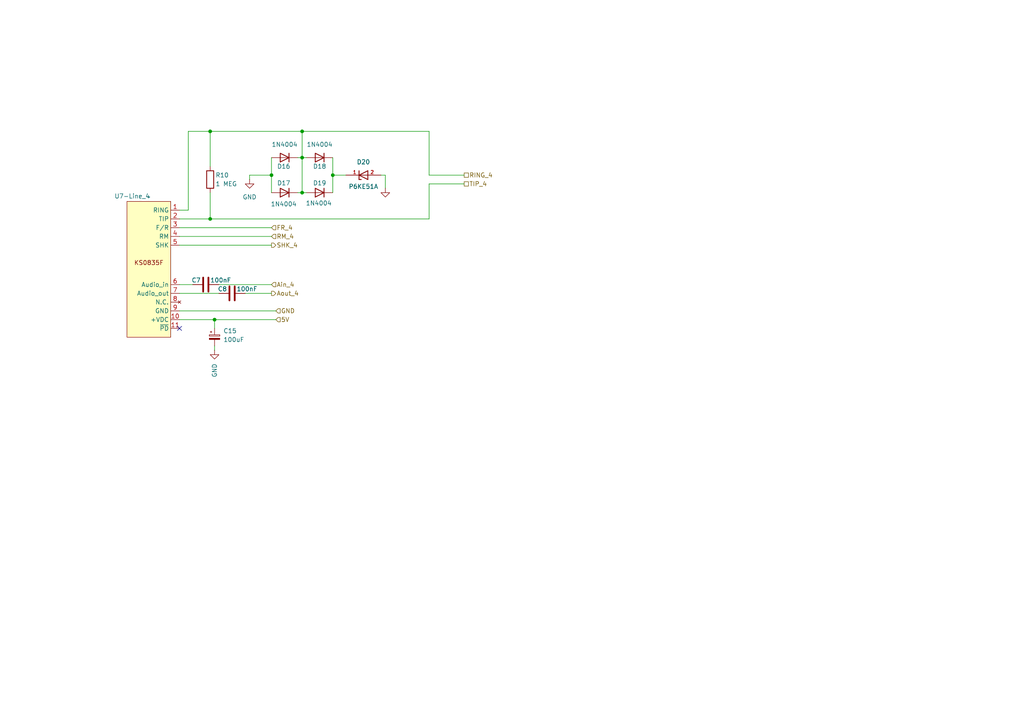
<source format=kicad_sch>
(kicad_sch (version 20231120) (generator "eeschema") (generator_version "8.0")
  (paper "A4")
  (lib_symbols
    (symbol "Device:C" (pin_numbers hide) (pin_names (offset 0.254))
      (property "Reference" "C" (at 0.635 2.54 0))
      (property "Value" "C" (at 0.635 -2.54 0))
      (symbol "C_0_1"
        (polyline (pts (xy -2.032 -0.762) (xy 2.032 -0.762)) (stroke (width 0.508)))
        (polyline (pts (xy -2.032 0.762) (xy 2.032 0.762)) (stroke (width 0.508)))
      )
      (symbol "C_1_1"
        (pin passive line (at 0 3.81 270) (length 2.794) (name "~") (number "1"))
        (pin passive line (at 0 -3.81 90) (length 2.794) (name "~") (number "2"))
      )
    )
    (symbol "Device:C_Polarized_Small" (pin_numbers hide) (pin_names (offset 0.254) hide)
      (property "Reference" "C" (at 0.254 1.778 0))
      (property "Value" "C_Polarized_Small" (at 0.254 -2.032 0))
      (symbol "C_Polarized_Small_0_1"
        (rectangle (start -1.524 -0.3048) (end 1.524 -0.6858) (fill (type outline)))
        (rectangle (start -1.524 0.6858) (end 1.524 0.3048))
        (polyline (pts (xy -1.27 1.524) (xy -0.762 1.524)))
        (polyline (pts (xy -1.016 1.27) (xy -1.016 1.778)))
      )
      (symbol "C_Polarized_Small_1_1"
        (pin passive line (at 0 2.54 270) (length 1.8542) (name "~") (number "1"))
        (pin passive line (at 0 -2.54 90) (length 1.8542) (name "~") (number "2"))
      )
    )
    (symbol "Device:R" (pin_numbers hide) (pin_names (offset 0))
      (property "Reference" "R" (at 2.032 0 90))
      (property "Value" "R" (at 0 0 90))
      (symbol "R_0_1"
        (rectangle (start -1.016 -2.54) (end 1.016 2.54) (stroke (width 0.254)))
      )
      (symbol "R_1_1"
        (pin passive line (at 0 3.81 270) (length 1.27) (name "~") (number "1"))
        (pin passive line (at 0 -3.81 90) (length 1.27) (name "~") (number "2"))
      )
    )
    (symbol "Diode:1N4004" (pin_numbers hide) (pin_names hide)
      (property "Reference" "D" (at 0 2.54 0))
      (property "Value" "1N4004" (at 0 -2.54 0))
      (symbol "1N4004_0_1"
        (polyline (pts (xy -1.27 1.27) (xy -1.27 -1.27)) (stroke (width 0.254)))
        (polyline (pts (xy 1.27 0) (xy -1.27 0)))
        (polyline (pts (xy 1.27 1.27) (xy 1.27 -1.27) (xy -1.27 0) (xy 1.27 1.27)) (stroke (width 0.254)))
      )
      (symbol "1N4004_1_1"
        (pin passive line (at -3.81 0 0) (length 2.54) (name "K") (number "1"))
        (pin passive line (at 3.81 0 180) (length 2.54) (name "A") (number "2"))
      )
    )
    (symbol "JW_library_sym:KS0835F"
      (property "Reference" "U" (at 10.16 11.43 0))
      (symbol "KS0835F_1_1"
        (rectangle (start -1.27 10.16) (end 11.43 -29.21) (fill (type background)))
        (text "KS0835F" (at 5.08 -7.62 0) (effects (font (size 1.27 1.27))))
        (pin passive line (at 13.97 7.62 180) (length 2.54) (name "RING") (number "1"))
        (pin power_in line (at 13.97 -24.13 180) (length 2.54) (name "+VDC") (number "10"))
        (pin input line (at 13.97 -26.67 180) (length 2.54) (name "~{PD}") (number "11"))
        (pin passive line (at 13.97 5.08 180) (length 2.54) (name "TIP") (number "2"))
        (pin input line (at 13.97 2.54 180) (length 2.54) (name "F/R") (number "3"))
        (pin input line (at 13.97 0 180) (length 2.54) (name "RM") (number "4"))
        (pin output line (at 13.97 -2.54 180) (length 2.54) (name "SHK") (number "5"))
        (pin input line (at 13.97 -13.97 180) (length 2.54) (name "Audio_in") (number "6"))
        (pin output line (at 13.97 -16.51 180) (length 2.54) (name "Audio_out") (number "7"))
        (pin no_connect line (at 13.97 -19.05 180) (length 2.54) (name "N.C.") (number "8"))
        (pin power_in line (at 13.97 -21.59 180) (length 2.54) (name "GND") (number "9"))
      )
    )
    (symbol "JW_library_sym:P6KE51A" (pin_names (offset 1.016))
      (property "Reference" "D" (at -5.0835 2.4159 0))
      (property "Value" "P6KE51A" (at -5.0854 -4.9611 0))
      (symbol "P6KE51A_0_0"
        (polyline (pts (xy -1.27 -1.27) (xy -1.27 0)) (stroke (width 0.254)))
        (polyline (pts (xy -1.27 0) (xy -1.27 1.27)) (stroke (width 0.254)))
        (polyline (pts (xy -1.27 0) (xy 1.27 -1.27)) (stroke (width 0.254)))
        (polyline (pts (xy -0.635 -1.27) (xy -1.27 -1.27)) (stroke (width 0.254)))
        (polyline (pts (xy 1.27 -1.27) (xy 1.27 1.27)) (stroke (width 0.254)))
        (polyline (pts (xy 1.27 1.27) (xy -1.27 0)) (stroke (width 0.254)))
      )
      (symbol "P6KE51A_1_0"
        (pin passive line (at -5.08 0 0) (length 5.08) (name "~") (number "1"))
        (pin passive line (at 5.08 0 180) (length 5.08) (name "~") (number "2"))
      )
    )
    (symbol "power:GND" (power) (pin_numbers hide) (pin_names (offset 0) hide)
      (property "Value" "GND" (at 0 -3.81 0))
      (symbol "GND_0_1"
        (polyline (pts (xy 0 0) (xy 0 -1.27) (xy 1.27 -1.27) (xy 0 -2.54) (xy -1.27 -1.27) (xy 0 -1.27)))
      )
      (symbol "GND_1_1"
        (pin power_in line (at 0 0 270) (length 0) (name "~") (number "1"))
      )
    )
  )
  (junction (at 96.52 50.8))
  (junction (at 87.63 45.72))
  (junction (at 87.63 38.1))
  (junction (at 62.23 92.71))
  (junction (at 60.96 38.1))
  (junction (at 60.96 63.5))
  (junction (at 87.63 55.88))
  (junction (at 78.74 50.8))
  (no_connect (at 52.07 95.25))
  (wire (pts (xy 60.96 63.5) (xy 124.46 63.5)))
  (wire (pts (xy 86.36 55.88) (xy 87.63 55.88)))
  (wire (pts (xy 78.74 50.8) (xy 72.39 50.8)))
  (wire (pts (xy 124.46 53.34) (xy 134.62 53.34)))
  (wire (pts (xy 111.76 54.61) (xy 111.76 50.8)))
  (wire (pts (xy 87.63 38.1) (xy 124.46 38.1)))
  (wire (pts (xy 52.07 82.55) (xy 55.88 82.55)))
  (wire (pts (xy 87.63 45.72) (xy 88.9 45.72)))
  (wire (pts (xy 60.96 55.88) (xy 60.96 63.5)))
  (wire (pts (xy 96.52 50.8) (xy 96.52 55.88)))
  (wire (pts (xy 52.07 92.71) (xy 62.23 92.71)))
  (wire (pts (xy 52.07 90.17) (xy 80.01 90.17)))
  (wire (pts (xy 52.07 66.04) (xy 78.74 66.04)))
  (wire (pts (xy 124.46 38.1) (xy 124.46 50.8)))
  (wire (pts (xy 124.46 50.8) (xy 134.62 50.8)))
  (wire (pts (xy 63.5 82.55) (xy 78.74 82.55)))
  (wire (pts (xy 62.23 92.71) (xy 80.01 92.71)))
  (wire (pts (xy 71.12 85.09) (xy 78.74 85.09)))
  (wire (pts (xy 52.07 60.96) (xy 54.61 60.96)))
  (wire (pts (xy 78.74 45.72) (xy 78.74 50.8)))
  (wire (pts (xy 60.96 38.1) (xy 60.96 48.26)))
  (wire (pts (xy 52.07 85.09) (xy 63.5 85.09)))
  (wire (pts (xy 87.63 55.88) (xy 88.9 55.88)))
  (wire (pts (xy 62.23 100.33) (xy 62.23 101.6)))
  (wire (pts (xy 96.52 45.72) (xy 96.52 50.8)))
  (wire (pts (xy 52.07 63.5) (xy 60.96 63.5)))
  (wire (pts (xy 62.23 95.25) (xy 62.23 92.71)))
  (wire (pts (xy 52.07 71.12) (xy 78.74 71.12)))
  (wire (pts (xy 87.63 38.1) (xy 87.63 45.72)))
  (wire (pts (xy 86.36 45.72) (xy 87.63 45.72)))
  (wire (pts (xy 54.61 60.96) (xy 54.61 38.1)))
  (wire (pts (xy 78.74 50.8) (xy 78.74 55.88)))
  (wire (pts (xy 124.46 63.5) (xy 124.46 53.34)))
  (wire (pts (xy 52.07 68.58) (xy 78.74 68.58)))
  (wire (pts (xy 96.52 50.8) (xy 100.33 50.8)))
  (wire (pts (xy 60.96 38.1) (xy 87.63 38.1)))
  (wire (pts (xy 111.76 50.8) (xy 110.49 50.8)))
  (wire (pts (xy 54.61 38.1) (xy 60.96 38.1)))
  (wire (pts (xy 87.63 45.72) (xy 87.63 55.88)))
  (wire (pts (xy 72.39 50.8) (xy 72.39 52.07)))
  (hierarchical_label "GND" (shape input) (at 80.01 90.17 0))
  (hierarchical_label "TIP_4" (shape passive) (at 134.62 53.34 0))
  (hierarchical_label "RING_4" (shape passive) (at 134.62 50.8 0))
  (hierarchical_label "Aout_4" (shape output) (at 78.74 85.09 0))
  (hierarchical_label "Ain_4" (shape input) (at 78.74 82.55 0))
  (hierarchical_label "SHK_4" (shape output) (at 78.74 71.12 0))
  (hierarchical_label "5V" (shape input) (at 80.01 92.71 0))
  (hierarchical_label "RM_4" (shape input) (at 78.74 68.58 0))
  (hierarchical_label "FR_4" (shape input) (at 78.74 66.04 0))
  (symbol (lib_id "power:GND") (at 111.76 54.61 0) (unit 1)
    (property "Reference" "#PWR024" (effects (hide yes)))
    (property "Value" "GND" (effects (hide yes)))
    (property "Description" "Power symbol creates a global label with name \"GND\" , ground" (effects (hide yes)))
  )
  (symbol (lib_id "Device:C") (at 67.31 85.09 90) (unit 1)
    (property "Reference" "C8" (at 64.516 83.82 90))
    (property "Value" "100nF" (at 71.628 83.82 90))
    (property "Footprint" "Capacitor_THT:C_Disc_D4.3mm_W1.9mm_P5.00mm" (effects (hide yes)))
    (property "Description" "Unpolarized capacitor" (effects (hide yes)))
  )
  (symbol (lib_id "JW_library_sym:P6KE51A") (at 105.41 50.8 0) (unit 1)
    (property "Reference" "D20" (at 105.41 46.99 0))
    (property "Value" "P6KE51A" (at 105.41 54.102 0))
    (property "Footprint" "Diode_THT:D_DO-15_P12.70mm_Horizontal" (effects (hide yes)))
    (property "MF" "Taiwan Semiconductor Corporation" (effects (hide yes)))
    (property "MAXIMUM_PACKAGE_HEIGHT" "3.6 mm" (effects (hide yes)))
    (property "Package" "DO-15 Taiwan Semiconductor" (effects (hide yes)))
    (property "Price" "None" (effects (hide yes)))
    (property "Check_prices" "https://www.snapeda.com/parts/P6KE51A/Taiwan+Semiconductor/view-part/?ref=eda" (effects (hide yes)))
    (property "STANDARD" "IPC-7351B" (effects (hide yes)))
    (property "PARTREV" "K2105" (effects (hide yes)))
    (property "SnapEDA_Link" "https://www.snapeda.com/parts/P6KE51A/Taiwan+Semiconductor/view-part/?ref=snap" (effects (hide yes)))
    (property "MP" "P6KE51A" (effects (hide yes)))
    (property "Purchase-URL" "https://www.snapeda.com/api/url_track_click_mouser/?unipart_id=6301999&manufacturer=Taiwan Semiconductor Corporation&part_name=P6KE51A&search_term=p6ke51a" (effects (hide yes)))
    (property "Description_1" "\n600W, 51V, Unidirectional, TVS\n" (effects (hide yes)))
    (property "Availability" "In Stock" (effects (hide yes)))
    (property "MANUFACTURER" "Taiwan Semiconductor" (effects (hide yes)))
  )
  (symbol (lib_id "Diode:1N4004") (at 82.55 45.72 180) (unit 1)
    (property "Reference" "D16" (at 82.296 48.26 0))
    (property "Value" "1N4004" (at 82.55 41.91 0))
    (property "Footprint" "Diode_THT:D_DO-41_SOD81_P10.16mm_Horizontal" (effects (hide yes)))
    (property "Description" "400V 1A General Purpose Rectifier Diode, DO-41" (effects (hide yes)))
    (property "Sim.Device" "D" (effects (hide yes)))
    (property "Sim.Pins" "1=K 2=A" (effects (hide yes)))
  )
  (symbol (lib_id "Device:C_Polarized_Small") (at 62.23 97.79 0) (unit 1)
    (property "Reference" "C15" (at 64.77 95.9738 0) (effects (justify left)))
    (property "Value" "100uF" (at 64.77 98.5138 0) (effects (justify left)))
    (property "Footprint" "Capacitor_THT:CP_Radial_D5.0mm_P2.00mm" (effects (hide yes)))
    (property "Description" "Polarized capacitor, small symbol" (effects (hide yes)))
  )
  (symbol (lib_id "Diode:1N4004") (at 92.71 45.72 180) (unit 1)
    (property "Reference" "D18" (at 92.71 48.26 0))
    (property "Value" "1N4004" (at 92.71 41.91 0))
    (property "Footprint" "Diode_THT:D_DO-41_SOD81_P10.16mm_Horizontal" (effects (hide yes)))
    (property "Description" "400V 1A General Purpose Rectifier Diode, DO-41" (effects (hide yes)))
    (property "Sim.Device" "D" (effects (hide yes)))
    (property "Sim.Pins" "1=K 2=A" (effects (hide yes)))
  )
  (symbol (lib_id "Diode:1N4004") (at 92.71 55.88 180) (unit 1)
    (property "Reference" "D19" (at 92.71 53.086 0))
    (property "Value" "1N4004" (at 92.456 58.928 0))
    (property "Footprint" "Diode_THT:D_DO-41_SOD81_P10.16mm_Horizontal" (effects (hide yes)))
    (property "Description" "400V 1A General Purpose Rectifier Diode, DO-41" (effects (hide yes)))
    (property "Sim.Device" "D" (effects (hide yes)))
    (property "Sim.Pins" "1=K 2=A" (effects (hide yes)))
  )
  (symbol (lib_id "power:GND") (at 62.23 101.6 0) (unit 1)
    (property "Reference" "#PWR029" (effects (hide yes)))
    (property "Value" "GND" (at 62.2301 105.41 90) (effects (justify right)))
    (property "Description" "Power symbol creates a global label with name \"GND\" , ground" (effects (hide yes)))
  )
  (symbol (lib_id "Device:R") (at 60.96 52.07 0) (unit 1)
    (property "Reference" "R10" (at 62.484 50.8 0) (effects (justify left)))
    (property "Value" "1 MEG" (at 62.484 53.34 0) (effects (justify left)))
    (property "Footprint" "Resistor_THT:R_Axial_DIN0207_L6.3mm_D2.5mm_P7.62mm_Horizontal" (effects (hide yes)))
    (property "Description" "Resistor" (effects (hide yes)))
  )
  (symbol (lib_id "power:GND") (at 72.39 52.07 0) (unit 1)
    (property "Reference" "#PWR023" (effects (hide yes)))
    (property "Value" "GND" (at 72.39 57.15 0))
    (property "Description" "Power symbol creates a global label with name \"GND\" , ground" (effects (hide yes)))
  )
  (symbol (lib_id "Diode:1N4004") (at 82.55 55.88 180) (unit 1)
    (property "Reference" "D17" (at 82.296 53.086 0))
    (property "Value" "1N4004" (at 82.296 59.182 0))
    (property "Footprint" "Diode_THT:D_DO-41_SOD81_P10.16mm_Horizontal" (effects (hide yes)))
    (property "Description" "400V 1A General Purpose Rectifier Diode, DO-41" (effects (hide yes)))
    (property "Sim.Device" "D" (effects (hide yes)))
    (property "Sim.Pins" "1=K 2=A" (effects (hide yes)))
  )
  (symbol (lib_id "Device:C") (at 59.69 82.55 90) (unit 1)
    (property "Reference" "C7" (at 56.896 81.28 90))
    (property "Value" "100nF" (at 64.008 81.28 90))
    (property "Footprint" "Capacitor_THT:C_Disc_D4.3mm_W1.9mm_P5.00mm" (effects (hide yes)))
    (property "Description" "Unpolarized capacitor" (effects (hide yes)))
  )
  (symbol (lib_id "JW_library_sym:KS0835F") (at 38.1 68.58 0) (unit 1)
    (property "Reference" "U7-Line_4" (at 38.354 56.896 0))
    (property "Value" "~" (at 43.18 57.15 0))
    (property "Footprint" "JW_footprint_library:KS0835F" (effects (hide yes)))
  )
)
</source>
